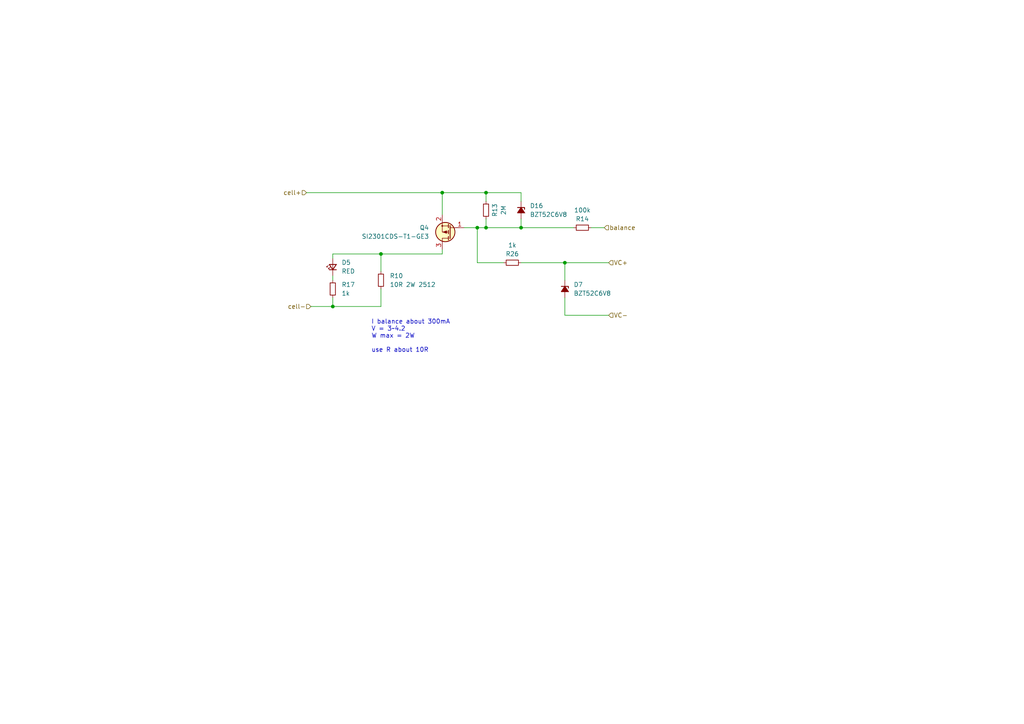
<source format=kicad_sch>
(kicad_sch (version 20231120) (generator "eeschema") (generator_version "8.0")
  (paper "A4")
  (lib_symbols
    (symbol "Device:D_Zener_Small_Filled" (pin_numbers hide) (pin_names (offset 0.254) hide)
      (property "Reference" "D" (at 0 2.286 0))
      (property "Value" "D_Zener_Small_Filled" (at 0 -2.286 0))
      (symbol "D_Zener_Small_Filled_0_1"
        (polyline (pts (xy 0.762 0) (xy -0.762 0)))
        (polyline (pts (xy -0.254 1.016) (xy -0.762 1.016) (xy -0.762 -1.016)) (stroke (width 0.254)))
        (polyline (pts (xy 0.762 1.016) (xy -0.762 0) (xy 0.762 -1.016) (xy 0.762 1.016)) (stroke (width 0.254)) (fill (type outline)))
      )
      (symbol "D_Zener_Small_Filled_1_1"
        (pin passive line (at -2.54 0 0) (length 1.778) (name "K") (number "1"))
        (pin passive line (at 2.54 0 180) (length 1.778) (name "A") (number "2"))
      )
    )
    (symbol "Device:LED_Small" (pin_numbers hide) (pin_names (offset 0.254) hide)
      (property "Reference" "D" (at -1.27 3.175 0))
      (property "Value" "LED_Small" (at -4.445 -2.54 0))
      (symbol "LED_Small_0_1"
        (polyline (pts (xy -0.762 -1.016) (xy -0.762 1.016)) (stroke (width 0.254)))
        (polyline (pts (xy 1.016 0) (xy -0.762 0)))
        (polyline (pts (xy 0.762 -1.016) (xy -0.762 0) (xy 0.762 1.016) (xy 0.762 -1.016)) (stroke (width 0.254)))
        (polyline (pts (xy 0 0.762) (xy -0.508 1.27) (xy -0.254 1.27) (xy -0.508 1.27) (xy -0.508 1.016)))
        (polyline (pts (xy 0.508 1.27) (xy 0 1.778) (xy 0.254 1.778) (xy 0 1.778) (xy 0 1.524)))
      )
      (symbol "LED_Small_1_1"
        (pin passive line (at -2.54 0 0) (length 1.778) (name "K") (number "1"))
        (pin passive line (at 2.54 0 180) (length 1.778) (name "A") (number "2"))
      )
    )
    (symbol "Device:R_Small" (pin_numbers hide) (pin_names (offset 0.254) hide)
      (property "Reference" "R" (at 0.762 0.508 0))
      (property "Value" "R_Small" (at 0.762 -1.016 0))
      (symbol "R_Small_0_1"
        (rectangle (start -0.762 1.778) (end 0.762 -1.778) (stroke (width 0.2032)))
      )
      (symbol "R_Small_1_1"
        (pin passive line (at 0 2.54 270) (length 0.762) (name "~") (number "1"))
        (pin passive line (at 0 -2.54 90) (length 0.762) (name "~") (number "2"))
      )
    )
    (symbol "PCM_Transistor_MOSFET_AKL:Q_PMOS-E_Generic_GSD" (pin_names hide)
      (property "Reference" "Q" (at 5.08 1.27 0))
      (property "Value" "Q_PMOS-E_Generic_GSD" (at 5.08 -1.27 0))
      (symbol "Q_PMOS-E_Generic_GSD_0_1"
        (polyline (pts (xy 0.254 -1.905) (xy 0.254 1.905)) (stroke (width 0.254)))
        (polyline (pts (xy 0.254 1.27) (xy -2.54 1.27)))
        (polyline (pts (xy 0.762 -2.286) (xy 0.762 -1.27)) (stroke (width 0.254)))
        (polyline (pts (xy 0.762 -1.778) (xy 2.54 -1.778)))
        (polyline (pts (xy 0.762 -0.508) (xy 0.762 0.508)) (stroke (width 0.254)))
        (polyline (pts (xy 0.762 1.27) (xy 0.762 2.286)) (stroke (width 0.254)))
        (polyline (pts (xy 0.762 1.778) (xy 2.54 1.778)))
        (polyline (pts (xy 2.54 -2.54) (xy 2.54 -1.778)))
        (polyline (pts (xy 2.54 2.54) (xy 2.54 0) (xy 0.762 0)))
        (polyline (pts (xy 2.286 0) (xy 1.27 -0.381) (xy 1.27 0.381) (xy 2.286 0)) (fill (type outline)))
      )
      (symbol "Q_PMOS-E_Generic_GSD_1_1"
        (circle (center 1.651 0) (radius 2.794) (stroke (width 0.254)) (fill (type background)))
        (circle (center 2.54 1.778) (radius 0.1778) (fill (type outline)))
        (pin input line (at -3.81 1.27 0) (length 2.54) (name "G") (number "1"))
        (pin passive line (at 2.54 5.08 270) (length 2.54) (name "S") (number "2"))
        (pin passive line (at 2.54 -5.08 90) (length 2.54) (name "D") (number "3"))
      )
    )
  )
  (junction (at 151.13 66.04))
  (junction (at 110.49 73.66))
  (junction (at 140.97 66.04))
  (junction (at 163.83 76.2))
  (junction (at 138.43 66.04))
  (junction (at 96.52 88.9))
  (junction (at 140.97 55.88))
  (junction (at 128.27 55.88))
  (wire (pts (xy 140.97 66.04) (xy 151.13 66.04)))
  (wire (pts (xy 138.43 66.04) (xy 140.97 66.04)))
  (wire (pts (xy 140.97 55.88) (xy 140.97 58.42)))
  (wire (pts (xy 151.13 66.04) (xy 166.37 66.04)))
  (wire (pts (xy 151.13 58.42) (xy 151.13 55.88)))
  (wire (pts (xy 163.83 91.44) (xy 176.53 91.44)))
  (wire (pts (xy 163.83 76.2) (xy 176.53 76.2)))
  (wire (pts (xy 151.13 63.5) (xy 151.13 66.04)))
  (wire (pts (xy 128.27 73.66) (xy 128.27 72.39)))
  (wire (pts (xy 140.97 63.5) (xy 140.97 66.04)))
  (wire (pts (xy 146.05 76.2) (xy 138.43 76.2)))
  (wire (pts (xy 140.97 55.88) (xy 128.27 55.88)))
  (wire (pts (xy 128.27 55.88) (xy 128.27 62.23)))
  (wire (pts (xy 96.52 73.66) (xy 96.52 74.93)))
  (wire (pts (xy 151.13 55.88) (xy 140.97 55.88)))
  (wire (pts (xy 163.83 76.2) (xy 163.83 81.28)))
  (wire (pts (xy 171.45 66.04) (xy 175.26 66.04)))
  (wire (pts (xy 151.13 76.2) (xy 163.83 76.2)))
  (wire (pts (xy 96.52 86.36) (xy 96.52 88.9)))
  (wire (pts (xy 110.49 78.74) (xy 110.49 73.66)))
  (wire (pts (xy 96.52 88.9) (xy 110.49 88.9)))
  (wire (pts (xy 88.9 55.88) (xy 128.27 55.88)))
  (wire (pts (xy 96.52 80.01) (xy 96.52 81.28)))
  (wire (pts (xy 90.17 88.9) (xy 96.52 88.9)))
  (wire (pts (xy 138.43 76.2) (xy 138.43 66.04)))
  (wire (pts (xy 110.49 88.9) (xy 110.49 83.82)))
  (wire (pts (xy 163.83 86.36) (xy 163.83 91.44)))
  (wire (pts (xy 134.62 66.04) (xy 138.43 66.04)))
  (wire (pts (xy 96.52 73.66) (xy 110.49 73.66)))
  (wire (pts (xy 110.49 73.66) (xy 128.27 73.66)))
  (text "I balance about 300mA\nV = 3~4.2\nW max = 2W\n\nuse R about 10R\n" (at 107.696 102.362 0) (effects (font (size 1.27 1.27)) (justify left bottom)))
  (hierarchical_label "VC-" (shape input) (at 176.53 91.44 0))
  (hierarchical_label "cell-" (shape input) (at 90.17 88.9 180))
  (hierarchical_label "balance" (shape input) (at 175.26 66.04 0))
  (hierarchical_label "VC+" (shape input) (at 176.53 76.2 0))
  (hierarchical_label "cell+" (shape input) (at 88.9 55.88 180))
  (symbol (lib_id "Device:LED_Small") (at 96.52 77.47 90) (unit 1)
    (property "Reference" "D5" (at 99.06 76.1365 90) (effects (justify right)))
    (property "Value" "RED" (at 99.06 78.6765 90) (effects (justify right)))
    (property "Footprint" "LED_SMD:LED_0603_1608Metric" (effects (hide yes)))
    (property "Description" "Light emitting diode, small symbol" (effects (hide yes)))
    (instances (project "6S_BMS" (path "" (reference "D5") (unit 1)) (path "" (reference "D12") (unit 1)) (path "" (reference "D1") (unit 1)) (path "" (reference "D3") (unit 1)) (path "" (reference "D10") (unit 1)) (path "" (reference "D8") (unit 1))))
  )
  (symbol (lib_id "Device:R_Small") (at 110.49 81.28 0) (unit 1)
    (property "Reference" "R10" (at 113.03 80.01 0) (effects (justify left)))
    (property "Value" "10R 2W 2512" (at 113.03 82.55 0) (effects (justify left)))
    (property "Footprint" "Resistor_SMD:R_0603_1608Metric" (effects (hide yes)))
    (property "Description" "Resistor, small symbol" (effects (hide yes)))
    (instances (project "6S_BMS" (path "" (reference "R10") (unit 1)) (path "" (reference "R15") (unit 1)) (path "" (reference "R4") (unit 1)) (path "" (reference "R5") (unit 1)) (path "" (reference "R11") (unit 1)) (path "" (reference "R16") (unit 1))))
  )
  (symbol (lib_id "PCM_Transistor_MOSFET_AKL:Q_PMOS-E_Generic_GSD") (at 130.81 67.31 0) (mirror y) (unit 1)
    (property "Reference" "Q4" (at 124.46 66.04 0) (effects (justify left)))
    (property "Value" "SI2301CDS-T1-GE3" (at 124.46 68.58 0) (effects (justify left)))
    (property "Description" "P-MOSFET enchancement mode transistor, generic symbol, Alternate KiCAD Library" (effects (hide yes)))
    (instances (project "6S_BMS" (path "" (reference "Q4") (unit 1)) (path "" (reference "Q6") (unit 1)) (path "" (reference "Q2") (unit 1)) (path "" (reference "Q3") (unit 1)) (path "" (reference "Q5") (unit 1)) (path "" (reference "Q1") (unit 1))))
  )
  (symbol (lib_id "Device:R_Small") (at 96.52 83.82 0) (unit 1)
    (property "Reference" "R17" (at 99.06 82.55 0) (effects (justify left)))
    (property "Value" "1k" (at 99.06 85.09 0) (effects (justify left)))
    (property "Footprint" "Resistor_SMD:R_0603_1608Metric" (effects (hide yes)))
    (property "Description" "Resistor, small symbol" (effects (hide yes)))
    (instances (project "6S_BMS" (path "" (reference "R17") (unit 1)) (path "" (reference "R27") (unit 1)) (path "" (reference "R7") (unit 1)) (path "" (reference "R12") (unit 1)) (path "" (reference "R22") (unit 1)) (path "" (reference "R32") (unit 1))))
  )
  (symbol (lib_id "Device:D_Zener_Small_Filled") (at 163.83 83.82 270) (unit 1)
    (property "Reference" "D7" (at 166.37 82.55 90) (effects (justify left)))
    (property "Value" "BZT52C6V8" (at 166.37 85.09 90) (effects (justify left)))
    (property "Description" "Zener diode, small symbol, filled shape" (effects (hide yes)))
    (instances (project "6S_BMS" (path "" (reference "D7") (unit 1)) (path "" (reference "D13") (unit 1)) (path "" (reference "D2") (unit 1)) (path "" (reference "D4") (unit 1)) (path "" (reference "D11") (unit 1)) (path "" (reference "D9") (unit 1))))
  )
  (symbol (lib_id "Device:R_Small") (at 168.91 66.04 270) (unit 1)
    (property "Reference" "R14" (at 168.91 63.5 90))
    (property "Value" "100k" (at 168.91 60.96 90))
    (property "Footprint" "Resistor_SMD:R_0603_1608Metric" (effects (hide yes)))
    (property "Description" "Resistor, small symbol" (effects (hide yes)))
    (instances (project "6S_BMS" (path "" (reference "R14") (unit 1)) (path "" (reference "R24") (unit 1)) (path "" (reference "R3") (unit 1)) (path "" (reference "R9") (unit 1)) (path "" (reference "R19") (unit 1)) (path "" (reference "R29") (unit 1))))
  )
  (symbol (lib_id "Device:R_Small") (at 140.97 60.96 180) (unit 1)
    (property "Reference" "R13" (at 143.51 60.96 90))
    (property "Value" "2M" (at 146.05 60.96 90))
    (property "Footprint" "Resistor_SMD:R_0603_1608Metric" (effects (hide yes)))
    (property "Description" "Resistor, small symbol" (effects (hide yes)))
    (instances (project "6S_BMS" (path "" (reference "R13") (unit 1)) (path "" (reference "R23") (unit 1)) (path "" (reference "R2") (unit 1)) (path "" (reference "R8") (unit 1)) (path "" (reference "R18") (unit 1)) (path "" (reference "R28") (unit 1))))
  )
  (symbol (lib_id "Device:R_Small") (at 148.59 76.2 270) (unit 1)
    (property "Reference" "R26" (at 148.59 73.66 90))
    (property "Value" "1k" (at 148.59 71.12 90))
    (property "Footprint" "Resistor_SMD:R_0603_1608Metric" (effects (hide yes)))
    (property "Description" "Resistor, small symbol" (effects (hide yes)))
    (instances (project "6S_BMS" (path "" (reference "R26") (unit 1)) (path "" (reference "R31") (unit 1)) (path "" (reference "R21") (unit 1)) (path "" (reference "R25") (unit 1)) (path "" (reference "R30") (unit 1)) (path "" (reference "R50") (unit 1))))
  )
  (symbol (lib_id "Device:D_Zener_Small_Filled") (at 151.13 60.96 270) (unit 1)
    (property "Reference" "D16" (at 153.67 59.69 90) (effects (justify left)))
    (property "Value" "BZT52C6V8" (at 153.67 62.23 90) (effects (justify left)))
    (property "Description" "Zener diode, small symbol, filled shape" (effects (hide yes)))
    (instances (project "6S_BMS" (path "" (reference "D16") (unit 1)) (path "" (reference "D18") (unit 1)) (path "" (reference "D14") (unit 1)) (path "" (reference "D15") (unit 1)) (path "" (reference "D17") (unit 1)) (path "" (reference "D19") (unit 1))))
  )
)
</source>
